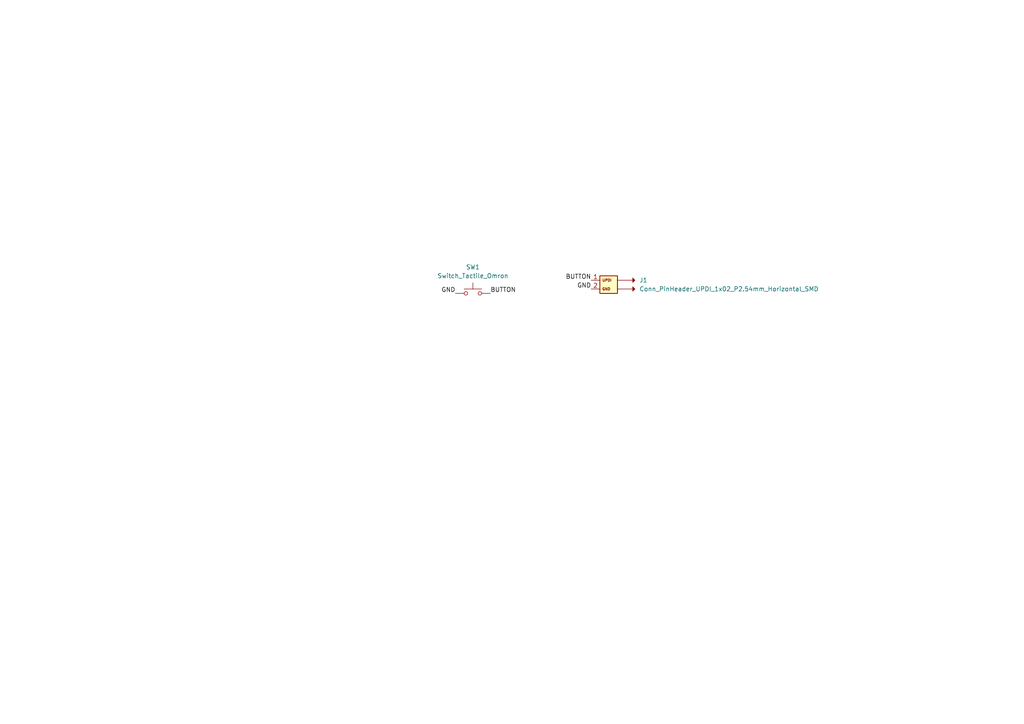
<source format=kicad_sch>
(kicad_sch (version 20250114) (generator "eeschema") (generator_version "9.0")
  (paper "A4")
  (lib_symbols
    (symbol "fab:Conn_PinHeader_UPDI_1x02_P2.54mm_Horizontal_SMD"
      (property "Reference" "J" (at 0 3.81 0))
      (property "Value" "Conn_PinHeader_UPDI_1x02_P2.54mm_Horizontal_SMD" (at 0 -3.81 0))
      (symbol "Conn_PinHeader_UPDI_1x02_P2.54mm_Horizontal_SMD_0_0"
        (rectangle (start -2.54 2.54) (end 2.54 -2.54) (stroke (width 0.254)) (fill (type background)))
        (polyline (pts (xy 2.54 1.27) (xy 7.62 1.27)))
        (polyline (pts (xy 2.54 -1.27) (xy 7.62 -1.27)))
        (polyline (pts (xy 6.985 1.905) (xy 7.62 1.27) (xy 6.985 0.635) (xy 6.985 1.905)) (fill (type outline)))
        (polyline (pts (xy 6.985 -0.635) (xy 7.62 -1.27) (xy 6.985 -1.905) (xy 6.985 -0.635)) (fill (type outline)))
        (text "UPDI" (at -1.905 1.27 0) (effects (font (size 0.75 0.75)) (justify left)))
        (text "GND" (at -1.905 -1.27 0) (effects (font (size 0.75 0.75)) (justify left)))
      )
      (symbol "Conn_PinHeader_UPDI_1x02_P2.54mm_Horizontal_SMD_1_1"
        (pin passive line (at -5.08 1.27 0) (length 2.54) (name "") (number "1"))
        (pin passive line (at -5.08 -1.27 0) (length 2.54) (name "") (number "2"))
      )
    )
    (symbol "fab:Switch_Tactile_Omron" (pin_numbers (hide yes)) (pin_names (offset 1.016) (hide yes))
      (property "Reference" "SW" (at 1.27 2.54 0))
      (property "Value" "Switch_Tactile_Omron" (at 0 -1.524 0))
      (symbol "Switch_Tactile_Omron_0_1"
        (circle (center -2.032 0) (radius 0.508))
        (polyline (pts (xy 0 1.27) (xy 0 3.048)))
        (circle (center 2.032 0) (radius 0.508))
        (polyline (pts (xy 2.54 1.27) (xy -2.54 1.27)))
        (pin passive line (at -5.08 0 0) (length 2.54) (name "1") (number "1"))
        (pin passive line (at 5.08 0 180) (length 2.54) (name "2") (number "2"))
      )
    )
  )
  (label "BUTTON" (at 142.24 85.09 0))
  (label "GND" (at 132.08 85.09 180))
  (label "GND" (at 171.45 83.82 180))
  (label "BUTTON" (at 171.45 81.28 180))
  (symbol (lib_id "fab:Conn_PinHeader_UPDI_1x02_P2.54mm_Horizontal_SMD") (at 176.53 82.55 0) (unit 1)
    (property "Reference" "J1" (at 185.42 81.2799 0) (effects (justify left)))
    (property "Value" "Conn_PinHeader_UPDI_1x02_P2.54mm_Horizontal_SMD" (at 185.42 83.8199 0) (effects (justify left)))
    (property "Footprint" "fab:PinHeader_01x02_P2.54mm_Horizontal_SMD" (effects (hide yes)))
    (property "Description" "Male UPDI 2-pin connector" (effects (hide yes)))
  )
  (symbol (lib_id "fab:Switch_Tactile_Omron") (at 137.16 85.09 0) (unit 1)
    (property "Reference" "SW1" (at 137.16 77.47 0))
    (property "Value" "Switch_Tactile_Omron" (at 137.16 80.01 0))
    (property "Footprint" "fab:Button_Omron_B3SN_6.0x6.0mm" (effects (hide yes)))
    (property "Datasheet" "https://omronfs.omron.com/en_US/ecb/products/pdf/en-b3sn.pdf" (effects (hide yes)))
    (property "Description" "Push button switch, Omron, B3SN, Sealed Tactile Switch (SMT), SPST-NO Top Actuated Surface Mount" (effects (hide yes)))
  )
)
</source>
